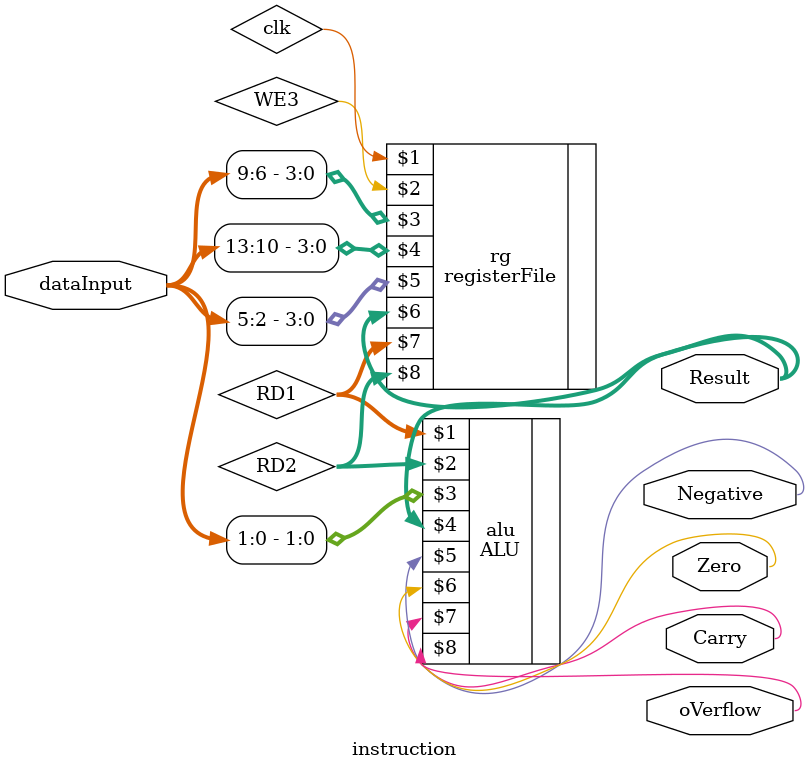
<source format=sv>
`timescale 1ns / 1ps


module instruction(
input logic [13:0] dataInput,
output logic [31:0] Result,
output logic Negative,Zero,Carry,oVerflow);


wire [31:0] RD1,RD2;
registerFile rg(clk,WE3,dataInput[9:6],dataInput[13:10],dataInput[5:2],Result,RD1,RD2);
ALU alu(RD1,RD2,dataInput[1:0],Result,Negative,Zero,Carry,oVerflow);

endmodule

</source>
